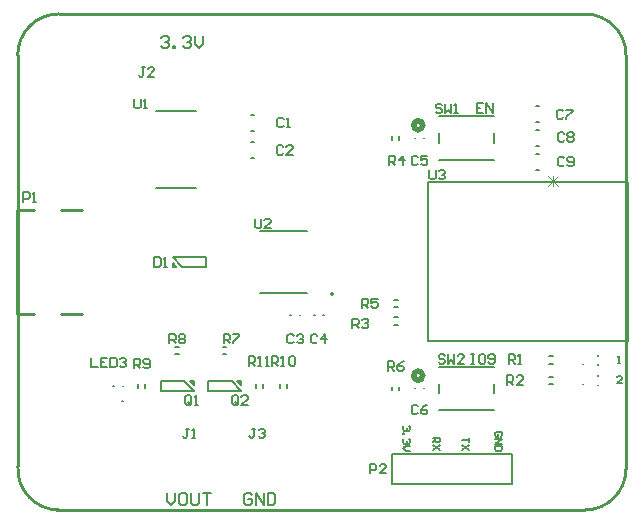
<source format=gto>
G04*
G04 #@! TF.GenerationSoftware,Altium Limited,Altium Designer,20.0.7 (75)*
G04*
G04 Layer_Color=65535*
%FSLAX44Y44*%
%MOMM*%
G71*
G01*
G75*
%ADD10C,0.2540*%
%ADD11C,0.5080*%
%ADD12C,0.2000*%
%ADD13C,0.1524*%
%ADD14C,0.1270*%
%ADD15C,0.1500*%
%ADD16C,0.0762*%
D10*
X-34911Y2494D02*
G03*
X0Y-35000I34911J-2494D01*
G01*
X445000Y-35000D02*
G03*
X480000Y0I0J35000D01*
G01*
Y350000D02*
G03*
X445000Y385000I-35000J0D01*
G01*
X0Y385089D02*
G03*
X-35089Y350000I0J-35089D01*
G01*
X-2500Y-35000D02*
X445000D01*
X480000Y350000D02*
X480000Y0D01*
X-35000Y350000D02*
X-35000Y2494D01*
X0Y385000D02*
X445000Y385000D01*
X1959Y131000D02*
X19413D01*
X-35814D02*
X-21587D01*
X1959Y219000D02*
X19413D01*
X-35814D02*
X-21587D01*
X-35814Y131000D02*
Y219000D01*
D11*
X307789Y290750D02*
G03*
X307789Y290750I-3810J0D01*
G01*
Y78750D02*
G03*
X307789Y78750I-3810J0D01*
G01*
D12*
X232000Y148000D02*
G03*
X232000Y148000I-1000J0D01*
G01*
X281501Y-12700D02*
Y12700D01*
Y-12700D02*
X383100D01*
X281501Y12700D02*
X383100D01*
Y-12700D02*
Y12700D01*
X282000Y278500D02*
Y281500D01*
X288000Y278500D02*
Y281500D01*
X308750Y280000D02*
X309127Y279999D01*
X300873Y280001D02*
X301250Y280000D01*
X403750Y253250D02*
X406250D01*
X403750Y266750D02*
X406250D01*
X403750Y273250D02*
X406250D01*
X403750Y286750D02*
X406250D01*
X403750Y293250D02*
X406250D01*
X403750Y306750D02*
X406250D01*
X456499Y87873D02*
X456500Y88250D01*
Y95750D02*
X456501Y96127D01*
X443750Y88312D02*
X443750Y88689D01*
X456499Y70873D02*
X456500Y71250D01*
Y78750D02*
X456501Y79127D01*
X443750Y71311D02*
X443750Y71689D01*
X415000Y89000D02*
X418000D01*
X415000Y95000D02*
X418000D01*
X415000Y72000D02*
X418000D01*
X415000Y78000D02*
X418000D01*
X282000Y66500D02*
Y69500D01*
X288000Y66500D02*
Y69500D01*
X308750Y68000D02*
X309127Y67999D01*
X300873Y68001D02*
X301250Y68000D01*
X283500Y143000D02*
X286500D01*
X283500Y137000D02*
X286500D01*
X283500Y128000D02*
X286500D01*
X283500Y122000D02*
X286500D01*
X187000Y68500D02*
Y71500D01*
X193000Y68500D02*
Y71500D01*
X173000Y68500D02*
Y71500D01*
X167000Y68500D02*
Y71500D01*
X126000Y66000D02*
X154000D01*
X126000D02*
Y74000D01*
X146000D01*
X154000Y66000D01*
X151000Y74000D02*
X154000D01*
X151000D02*
X154000Y71000D01*
Y74000D01*
X138500Y103000D02*
X141500D01*
X138500Y97000D02*
X141500D01*
X98500Y103000D02*
X101500D01*
X98500Y97000D02*
X101500D01*
X86000Y66000D02*
X114000D01*
X86000D02*
Y74000D01*
X106000D01*
X114000Y66000D01*
X111000Y74000D02*
X114000D01*
X111000D02*
X114000Y71000D01*
Y74000D01*
X67000Y68500D02*
Y71500D01*
X73000Y68500D02*
Y71500D01*
X53750Y70000D02*
X54127Y69999D01*
X45873Y70001D02*
X46250Y70000D01*
X53312Y57250D02*
X53689Y57249D01*
X96000Y171000D02*
Y174000D01*
X99000Y171000D01*
X96000D02*
X99000D01*
X96000Y179000D02*
X104000Y171000D01*
X124000D01*
Y179000D01*
X96000D02*
X124000D01*
X223750Y130000D02*
X224127Y129999D01*
X215873Y130001D02*
X216250Y130000D01*
X203750D02*
X204127Y129999D01*
X195873Y130001D02*
X196250Y130000D01*
X162750Y263250D02*
X165250D01*
X162750Y276750D02*
X165250D01*
X162750Y286250D02*
X165250D01*
X162750Y299750D02*
X165250D01*
X82201Y237499D02*
X116008D01*
X82201Y302501D02*
X116008D01*
D13*
X321759Y276133D02*
Y283867D01*
Y298288D02*
X368241D01*
Y276133D02*
Y283867D01*
X321759Y261712D02*
X368241D01*
X312723Y107690D02*
Y242310D01*
Y107690D02*
X481379D01*
Y242310D01*
X312723D02*
X481379D01*
X321759Y64133D02*
Y71867D01*
Y86288D02*
X368241D01*
Y64133D02*
Y71867D01*
X321759Y49712D02*
X368241D01*
D14*
X170000Y148860D02*
X210000D01*
X170000Y201140D02*
X210000D01*
X348770Y96767D02*
X351436D01*
X350103D01*
Y88770D01*
X348770D01*
X351436D01*
X359433Y96767D02*
X356767D01*
X355434Y95435D01*
Y90103D01*
X356767Y88770D01*
X359433D01*
X360766Y90103D01*
Y95435D01*
X359433Y96767D01*
X363432Y90103D02*
X364765Y88770D01*
X367431D01*
X368764Y90103D01*
Y95435D01*
X367431Y96767D01*
X364765D01*
X363432Y95435D01*
Y94102D01*
X364765Y92769D01*
X368764D01*
X359102Y309267D02*
X353770D01*
Y301270D01*
X359102D01*
X353770Y305269D02*
X356436D01*
X361767Y301270D02*
Y309267D01*
X367099Y301270D01*
Y309267D01*
X296268Y36230D02*
X297268Y35230D01*
Y33231D01*
X296268Y32231D01*
X295269D01*
X294269Y33231D01*
Y34231D01*
Y33231D01*
X293269Y32231D01*
X292270D01*
X291270Y33231D01*
Y35230D01*
X292270Y36230D01*
X291270Y30232D02*
X292270D01*
Y29232D01*
X291270D01*
Y30232D01*
X296268Y25234D02*
X297268Y24234D01*
Y22234D01*
X296268Y21235D01*
X295269D01*
X294269Y22234D01*
Y23234D01*
Y22234D01*
X293269Y21235D01*
X292270D01*
X291270Y22234D01*
Y24234D01*
X292270Y25234D01*
X297268Y19236D02*
X293269D01*
X291270Y17236D01*
X293269Y15237D01*
X297268D01*
X316270Y26230D02*
X322268D01*
Y23231D01*
X321268Y22231D01*
X319269D01*
X318269Y23231D01*
Y26230D01*
Y24231D02*
X316270Y22231D01*
X322268Y20232D02*
X316270Y16233D01*
X322268D02*
X316270Y20232D01*
X347268Y26230D02*
Y22231D01*
Y24231D01*
X341270D01*
X347268Y20232D02*
X341270Y16233D01*
X347268D02*
X341270Y20232D01*
X373768Y27231D02*
X374768Y28231D01*
Y30230D01*
X373768Y31230D01*
X369770D01*
X368770Y30230D01*
Y28231D01*
X369770Y27231D01*
X371769D01*
Y29231D01*
X368770Y25232D02*
X374768D01*
X368770Y21233D01*
X374768D01*
Y19234D02*
X368770D01*
Y16235D01*
X369770Y15235D01*
X373768D01*
X374768Y16235D01*
Y19234D01*
X476269Y72270D02*
X472270D01*
X476269Y76269D01*
Y77268D01*
X475269Y78268D01*
X473270D01*
X472270Y77268D01*
X473270Y89270D02*
X475269D01*
X474270D01*
Y95268D01*
X473270Y94268D01*
D15*
X86500Y364831D02*
X88166Y366497D01*
X91498D01*
X93165Y364831D01*
Y363164D01*
X91498Y361498D01*
X89832D01*
X91498D01*
X93165Y359832D01*
Y358166D01*
X91498Y356500D01*
X88166D01*
X86500Y358166D01*
X96497Y356500D02*
Y358166D01*
X98163D01*
Y356500D01*
X96497D01*
X104827Y364831D02*
X106494Y366497D01*
X109826D01*
X111492Y364831D01*
Y363164D01*
X109826Y361498D01*
X108160D01*
X109826D01*
X111492Y359832D01*
Y358166D01*
X109826Y356500D01*
X106494D01*
X104827Y358166D01*
X114824Y366497D02*
Y359832D01*
X118156Y356500D01*
X121489Y359832D01*
Y366497D01*
X163165Y-22669D02*
X161498Y-21003D01*
X158166D01*
X156500Y-22669D01*
Y-29334D01*
X158166Y-31000D01*
X161498D01*
X163165Y-29334D01*
Y-26002D01*
X159832D01*
X166497Y-31000D02*
Y-21003D01*
X173161Y-31000D01*
Y-21003D01*
X176493D02*
Y-31000D01*
X181492D01*
X183158Y-29334D01*
Y-22669D01*
X181492Y-21003D01*
X176493D01*
X91500D02*
Y-27668D01*
X94832Y-31000D01*
X98165Y-27668D01*
Y-21003D01*
X106495D02*
X103163D01*
X101497Y-22669D01*
Y-29334D01*
X103163Y-31000D01*
X106495D01*
X108161Y-29334D01*
Y-22669D01*
X106495Y-21003D01*
X111494D02*
Y-29334D01*
X113160Y-31000D01*
X116492D01*
X118158Y-29334D01*
Y-21003D01*
X121490D02*
X128155D01*
X124823D01*
Y-31000D01*
X166167Y33999D02*
X163501D01*
X164834D01*
Y27334D01*
X163501Y26001D01*
X162168D01*
X160835Y27334D01*
X168833Y32666D02*
X170166Y33999D01*
X172832D01*
X174165Y32666D01*
Y31333D01*
X172832Y30000D01*
X171499D01*
X172832D01*
X174165Y28667D01*
Y27334D01*
X172832Y26001D01*
X170166D01*
X168833Y27334D01*
X110000Y33999D02*
X107334D01*
X108667D01*
Y27334D01*
X107334Y26001D01*
X106001D01*
X104668Y27334D01*
X112666Y26001D02*
X115332D01*
X113999D01*
Y33999D01*
X112666Y32666D01*
X263335Y-3999D02*
Y3999D01*
X267334D01*
X268667Y2666D01*
Y0D01*
X267334Y-1333D01*
X263335D01*
X276665Y-3999D02*
X271333D01*
X276665Y1333D01*
Y2666D01*
X275332Y3999D01*
X272666D01*
X271333Y2666D01*
X72667Y339999D02*
X70001D01*
X71334D01*
Y333334D01*
X70001Y332001D01*
X68668D01*
X67336Y333334D01*
X80665Y332001D02*
X75333D01*
X80665Y337333D01*
Y338666D01*
X79332Y339999D01*
X76666D01*
X75333Y338666D01*
X324001Y307666D02*
X322668Y308999D01*
X320003D01*
X318670Y307666D01*
Y306333D01*
X320003Y305000D01*
X322668D01*
X324001Y303667D01*
Y302334D01*
X322668Y301001D01*
X320003D01*
X318670Y302334D01*
X326667Y308999D02*
Y301001D01*
X329333Y303667D01*
X331999Y301001D01*
Y308999D01*
X334664Y301001D02*
X337330D01*
X335997D01*
Y308999D01*
X334664Y307666D01*
X279335Y257001D02*
Y264999D01*
X283334D01*
X284667Y263666D01*
Y261000D01*
X283334Y259667D01*
X279335D01*
X282001D02*
X284667Y257001D01*
X291332D02*
Y264999D01*
X287333Y261000D01*
X292665D01*
X303667Y263666D02*
X302334Y264999D01*
X299668D01*
X298335Y263666D01*
Y258334D01*
X299668Y257001D01*
X302334D01*
X303667Y258334D01*
X311665Y264999D02*
X306333D01*
Y261000D01*
X308999Y262333D01*
X310332D01*
X311665Y261000D01*
Y258334D01*
X310332Y257001D01*
X307666D01*
X306333Y258334D01*
X313335Y252999D02*
Y246334D01*
X314668Y245001D01*
X317334D01*
X318667Y246334D01*
Y252999D01*
X321333Y251666D02*
X322666Y252999D01*
X325332D01*
X326665Y251666D01*
Y250333D01*
X325332Y249000D01*
X323999D01*
X325332D01*
X326665Y247667D01*
Y246334D01*
X325332Y245001D01*
X322666D01*
X321333Y246334D01*
X427667Y262666D02*
X426334Y263999D01*
X423668D01*
X422336Y262666D01*
Y257334D01*
X423668Y256001D01*
X426334D01*
X427667Y257334D01*
X430333D02*
X431666Y256001D01*
X434332D01*
X435664Y257334D01*
Y262666D01*
X434332Y263999D01*
X431666D01*
X430333Y262666D01*
Y261333D01*
X431666Y260000D01*
X435664D01*
X427667Y283666D02*
X426334Y284999D01*
X423668D01*
X422336Y283666D01*
Y278334D01*
X423668Y277001D01*
X426334D01*
X427667Y278334D01*
X430333Y283666D02*
X431666Y284999D01*
X434332D01*
X435664Y283666D01*
Y282333D01*
X434332Y281000D01*
X435664Y279667D01*
Y278334D01*
X434332Y277001D01*
X431666D01*
X430333Y278334D01*
Y279667D01*
X431666Y281000D01*
X430333Y282333D01*
Y283666D01*
X431666Y281000D02*
X434332D01*
X426667Y302666D02*
X425334Y303999D01*
X422668D01*
X421335Y302666D01*
Y297334D01*
X422668Y296001D01*
X425334D01*
X426667Y297334D01*
X429333Y303999D02*
X434664D01*
Y302666D01*
X429333Y297334D01*
Y296001D01*
X380668Y89001D02*
Y96999D01*
X384667D01*
X386000Y95666D01*
Y93000D01*
X384667Y91667D01*
X380668D01*
X383334D02*
X386000Y89001D01*
X388666D02*
X391332D01*
X389999D01*
Y96999D01*
X388666Y95666D01*
X379336Y71001D02*
Y78999D01*
X383334D01*
X384667Y77666D01*
Y75000D01*
X383334Y73667D01*
X379336D01*
X382001D02*
X384667Y71001D01*
X392664D02*
X387333D01*
X392664Y76333D01*
Y77666D01*
X391332Y78999D01*
X388666D01*
X387333Y77666D01*
X278335Y83001D02*
Y90999D01*
X282334D01*
X283667Y89666D01*
Y87000D01*
X282334Y85667D01*
X278335D01*
X281001D02*
X283667Y83001D01*
X291665Y90999D02*
X288999Y89666D01*
X286333Y87000D01*
Y84334D01*
X287666Y83001D01*
X290332D01*
X291665Y84334D01*
Y85667D01*
X290332Y87000D01*
X286333D01*
X303667Y52666D02*
X302334Y53999D01*
X299668D01*
X298335Y52666D01*
Y47334D01*
X299668Y46001D01*
X302334D01*
X303667Y47334D01*
X311665Y53999D02*
X308999Y52666D01*
X306333Y50000D01*
Y47334D01*
X307666Y46001D01*
X310332D01*
X311665Y47334D01*
Y48667D01*
X310332Y50000D01*
X306333D01*
X326668Y95666D02*
X325336Y96999D01*
X322670D01*
X321337Y95666D01*
Y94333D01*
X322670Y93000D01*
X325336D01*
X326668Y91667D01*
Y90334D01*
X325336Y89001D01*
X322670D01*
X321337Y90334D01*
X329334Y96999D02*
Y89001D01*
X332000Y91667D01*
X334666Y89001D01*
Y96999D01*
X342663Y89001D02*
X337332D01*
X342663Y94333D01*
Y95666D01*
X341330Y96999D01*
X338665D01*
X337332Y95666D01*
X256336Y136001D02*
Y143999D01*
X260334D01*
X261667Y142666D01*
Y140000D01*
X260334Y138667D01*
X256336D01*
X259001D02*
X261667Y136001D01*
X269664Y143999D02*
X264333D01*
Y140000D01*
X266999Y141333D01*
X268332D01*
X269664Y140000D01*
Y137334D01*
X268332Y136001D01*
X265666D01*
X264333Y137334D01*
X248335Y119001D02*
Y126999D01*
X252334D01*
X253667Y125666D01*
Y123000D01*
X252334Y121667D01*
X248335D01*
X251001D02*
X253667Y119001D01*
X256333Y125666D02*
X257666Y126999D01*
X260332D01*
X261665Y125666D01*
Y124333D01*
X260332Y123000D01*
X258999D01*
X260332D01*
X261665Y121667D01*
Y120334D01*
X260332Y119001D01*
X257666D01*
X256333Y120334D01*
X180003Y87001D02*
Y94999D01*
X184002D01*
X185335Y93666D01*
Y91000D01*
X184002Y89667D01*
X180003D01*
X182669D02*
X185335Y87001D01*
X188001D02*
X190666D01*
X189334D01*
Y94999D01*
X188001Y93666D01*
X194665D02*
X195998Y94999D01*
X198664D01*
X199997Y93666D01*
Y88334D01*
X198664Y87001D01*
X195998D01*
X194665Y88334D01*
Y93666D01*
X160336Y87001D02*
Y94999D01*
X164335D01*
X165668Y93666D01*
Y91000D01*
X164335Y89667D01*
X160336D01*
X163002D02*
X165668Y87001D01*
X168333D02*
X170999D01*
X169667D01*
Y94999D01*
X168333Y93666D01*
X174998Y87001D02*
X177664D01*
X176331D01*
Y94999D01*
X174998Y93666D01*
X151667Y55334D02*
Y60666D01*
X150334Y61999D01*
X147668D01*
X146335Y60666D01*
Y55334D01*
X147668Y54001D01*
X150334D01*
X149001Y56667D02*
X151667Y54001D01*
X150334D02*
X151667Y55334D01*
X159664Y54001D02*
X154333D01*
X159664Y59333D01*
Y60666D01*
X158332Y61999D01*
X155666D01*
X154333Y60666D01*
X139335Y106001D02*
Y113999D01*
X143334D01*
X144667Y112666D01*
Y110000D01*
X143334Y108667D01*
X139335D01*
X142001D02*
X144667Y106001D01*
X147333Y113999D02*
X152664D01*
Y112666D01*
X147333Y107334D01*
Y106001D01*
X93336D02*
Y113999D01*
X97334D01*
X98667Y112666D01*
Y110000D01*
X97334Y108667D01*
X93336D01*
X96001D02*
X98667Y106001D01*
X101333Y112666D02*
X102666Y113999D01*
X105332D01*
X106664Y112666D01*
Y111333D01*
X105332Y110000D01*
X106664Y108667D01*
Y107334D01*
X105332Y106001D01*
X102666D01*
X101333Y107334D01*
Y108667D01*
X102666Y110000D01*
X101333Y111333D01*
Y112666D01*
X102666Y110000D02*
X105332D01*
X112000Y55334D02*
Y60666D01*
X110667Y61999D01*
X108001D01*
X106668Y60666D01*
Y55334D01*
X108001Y54001D01*
X110667D01*
X109334Y56667D02*
X112000Y54001D01*
X110667D02*
X112000Y55334D01*
X114666Y54001D02*
X117332D01*
X115999D01*
Y61999D01*
X114666Y60666D01*
X63335Y85001D02*
Y92999D01*
X67334D01*
X68667Y91666D01*
Y89000D01*
X67334Y87667D01*
X63335D01*
X66001D02*
X68667Y85001D01*
X71333Y86334D02*
X72666Y85001D01*
X75332D01*
X76665Y86334D01*
Y91666D01*
X75332Y92999D01*
X72666D01*
X71333Y91666D01*
Y90333D01*
X72666Y89000D01*
X76665D01*
X27338Y93999D02*
Y86001D01*
X32670D01*
X40667Y93999D02*
X35336D01*
Y86001D01*
X40667D01*
X35336Y90000D02*
X38001D01*
X43333Y93999D02*
Y86001D01*
X47332D01*
X48664Y87334D01*
Y92666D01*
X47332Y93999D01*
X43333D01*
X51330Y92666D02*
X52663Y93999D01*
X55329D01*
X56662Y92666D01*
Y91333D01*
X55329Y90000D01*
X53996D01*
X55329D01*
X56662Y88667D01*
Y87334D01*
X55329Y86001D01*
X52663D01*
X51330Y87334D01*
X80668Y178999D02*
Y171001D01*
X84667D01*
X86000Y172334D01*
Y177666D01*
X84667Y178999D01*
X80668D01*
X88666Y171001D02*
X91332D01*
X89999D01*
Y178999D01*
X88666Y177666D01*
X165835Y211499D02*
Y204834D01*
X167168Y203501D01*
X169834D01*
X171167Y204834D01*
Y211499D01*
X179165Y203501D02*
X173833D01*
X179165Y208833D01*
Y210166D01*
X177832Y211499D01*
X175166D01*
X173833Y210166D01*
X63668Y312999D02*
Y306334D01*
X65001Y305001D01*
X67667D01*
X69000Y306334D01*
Y312999D01*
X71666Y305001D02*
X74332D01*
X72999D01*
Y312999D01*
X71666Y311666D01*
X-30332Y226001D02*
Y233999D01*
X-26333D01*
X-25000Y232666D01*
Y230000D01*
X-26333Y228667D01*
X-30332D01*
X-22334Y226001D02*
X-19668D01*
X-21001D01*
Y233999D01*
X-22334Y232666D01*
X218667Y112666D02*
X217334Y113999D01*
X214668D01*
X213335Y112666D01*
Y107334D01*
X214668Y106001D01*
X217334D01*
X218667Y107334D01*
X225332Y106001D02*
Y113999D01*
X221333Y110000D01*
X226665D01*
X198667Y112666D02*
X197334Y113999D01*
X194668D01*
X193335Y112666D01*
Y107334D01*
X194668Y106001D01*
X197334D01*
X198667Y107334D01*
X201333Y112666D02*
X202666Y113999D01*
X205332D01*
X206665Y112666D01*
Y111333D01*
X205332Y110000D01*
X203999D01*
X205332D01*
X206665Y108667D01*
Y107334D01*
X205332Y106001D01*
X202666D01*
X201333Y107334D01*
X189667Y272666D02*
X188334Y273999D01*
X185668D01*
X184335Y272666D01*
Y267334D01*
X185668Y266001D01*
X188334D01*
X189667Y267334D01*
X197665Y266001D02*
X192333D01*
X197665Y271333D01*
Y272666D01*
X196332Y273999D01*
X193666D01*
X192333Y272666D01*
X190000Y295666D02*
X188667Y296999D01*
X186001D01*
X184668Y295666D01*
Y290334D01*
X186001Y289001D01*
X188667D01*
X190000Y290334D01*
X192666Y289001D02*
X195332D01*
X193999D01*
Y296999D01*
X192666Y295666D01*
D16*
X422040Y247589D02*
X413576Y239125D01*
Y247589D02*
X422040Y239125D01*
X417808Y247589D02*
Y239125D01*
X413576Y243357D02*
X422040D01*
M02*

</source>
